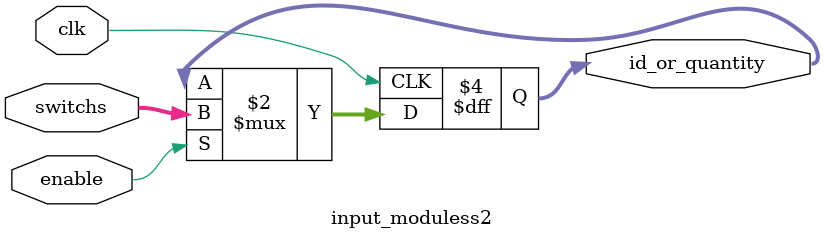
<source format=v>
`timescale 1ns / 1ps


module input_moduless2(
input clk,
input [2:0] switchs,
input enable,
output reg [2:0] id_or_quantity
    );
always @(posedge clk) begin
    if(enable) begin
    id_or_quantity <= switchs;
    end
    end
endmodule

</source>
